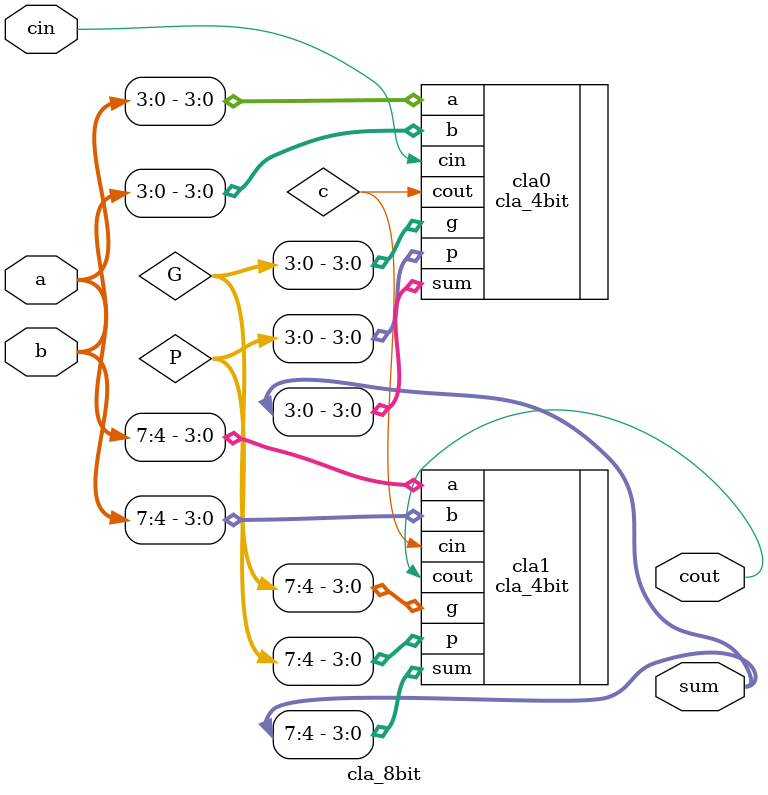
<source format=v>
module cla_8bit(
	output [7:0] sum,
	output cout,
	input [7:0] a, b,
	input cin
);
wire c;
wire [7:0] P, G;
cla_4bit cla0(.a(a[3:0]), .b(b[3:0]), .cin(cin), .p(P[3:0]), .g(G[3:0]), .sum(sum[3:0]), .cout(c));
cla_4bit cla1(.a(a[7:4]), .b(b[7:4]), .cin(c), .p(P[7:4]), .g(G[7:4]), .sum(sum[7:4]), .cout(cout));

endmodule
</source>
